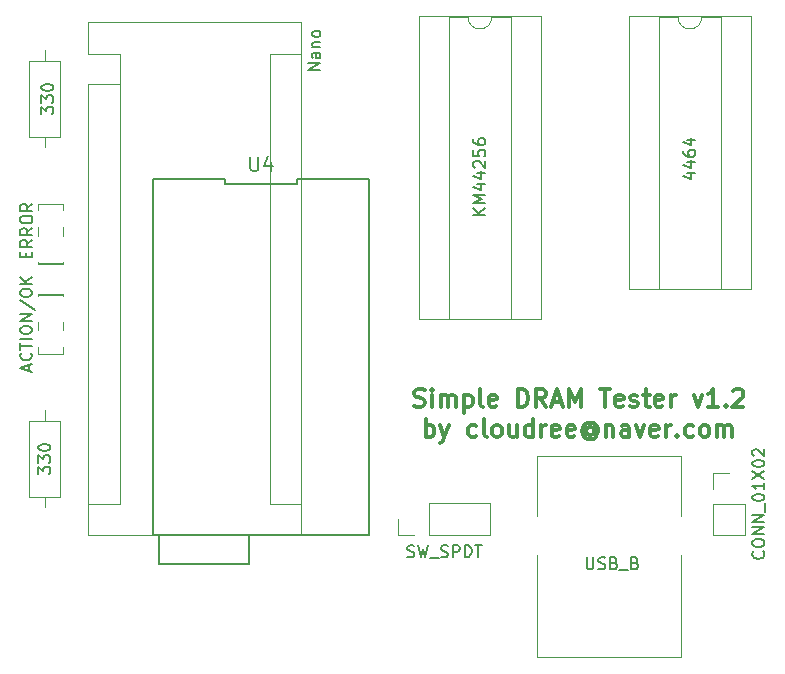
<source format=gbr>
G04 #@! TF.FileFunction,Legend,Top*
%FSLAX46Y46*%
G04 Gerber Fmt 4.6, Leading zero omitted, Abs format (unit mm)*
G04 Created by KiCad (PCBNEW 4.0.6) date 04/12/19 16:58:46*
%MOMM*%
%LPD*%
G01*
G04 APERTURE LIST*
%ADD10C,0.100000*%
%ADD11C,0.300000*%
%ADD12C,0.200000*%
%ADD13C,0.120000*%
%ADD14C,0.150000*%
G04 APERTURE END LIST*
D10*
D11*
X137963430Y-119474143D02*
X138177716Y-119545571D01*
X138534859Y-119545571D01*
X138677716Y-119474143D01*
X138749145Y-119402714D01*
X138820573Y-119259857D01*
X138820573Y-119117000D01*
X138749145Y-118974143D01*
X138677716Y-118902714D01*
X138534859Y-118831286D01*
X138249145Y-118759857D01*
X138106287Y-118688429D01*
X138034859Y-118617000D01*
X137963430Y-118474143D01*
X137963430Y-118331286D01*
X138034859Y-118188429D01*
X138106287Y-118117000D01*
X138249145Y-118045571D01*
X138606287Y-118045571D01*
X138820573Y-118117000D01*
X139463430Y-119545571D02*
X139463430Y-118545571D01*
X139463430Y-118045571D02*
X139392001Y-118117000D01*
X139463430Y-118188429D01*
X139534858Y-118117000D01*
X139463430Y-118045571D01*
X139463430Y-118188429D01*
X140177716Y-119545571D02*
X140177716Y-118545571D01*
X140177716Y-118688429D02*
X140249144Y-118617000D01*
X140392002Y-118545571D01*
X140606287Y-118545571D01*
X140749144Y-118617000D01*
X140820573Y-118759857D01*
X140820573Y-119545571D01*
X140820573Y-118759857D02*
X140892002Y-118617000D01*
X141034859Y-118545571D01*
X141249144Y-118545571D01*
X141392002Y-118617000D01*
X141463430Y-118759857D01*
X141463430Y-119545571D01*
X142177716Y-118545571D02*
X142177716Y-120045571D01*
X142177716Y-118617000D02*
X142320573Y-118545571D01*
X142606287Y-118545571D01*
X142749144Y-118617000D01*
X142820573Y-118688429D01*
X142892002Y-118831286D01*
X142892002Y-119259857D01*
X142820573Y-119402714D01*
X142749144Y-119474143D01*
X142606287Y-119545571D01*
X142320573Y-119545571D01*
X142177716Y-119474143D01*
X143749145Y-119545571D02*
X143606287Y-119474143D01*
X143534859Y-119331286D01*
X143534859Y-118045571D01*
X144892001Y-119474143D02*
X144749144Y-119545571D01*
X144463430Y-119545571D01*
X144320573Y-119474143D01*
X144249144Y-119331286D01*
X144249144Y-118759857D01*
X144320573Y-118617000D01*
X144463430Y-118545571D01*
X144749144Y-118545571D01*
X144892001Y-118617000D01*
X144963430Y-118759857D01*
X144963430Y-118902714D01*
X144249144Y-119045571D01*
X146749144Y-119545571D02*
X146749144Y-118045571D01*
X147106287Y-118045571D01*
X147320572Y-118117000D01*
X147463430Y-118259857D01*
X147534858Y-118402714D01*
X147606287Y-118688429D01*
X147606287Y-118902714D01*
X147534858Y-119188429D01*
X147463430Y-119331286D01*
X147320572Y-119474143D01*
X147106287Y-119545571D01*
X146749144Y-119545571D01*
X149106287Y-119545571D02*
X148606287Y-118831286D01*
X148249144Y-119545571D02*
X148249144Y-118045571D01*
X148820572Y-118045571D01*
X148963430Y-118117000D01*
X149034858Y-118188429D01*
X149106287Y-118331286D01*
X149106287Y-118545571D01*
X149034858Y-118688429D01*
X148963430Y-118759857D01*
X148820572Y-118831286D01*
X148249144Y-118831286D01*
X149677715Y-119117000D02*
X150392001Y-119117000D01*
X149534858Y-119545571D02*
X150034858Y-118045571D01*
X150534858Y-119545571D01*
X151034858Y-119545571D02*
X151034858Y-118045571D01*
X151534858Y-119117000D01*
X152034858Y-118045571D01*
X152034858Y-119545571D01*
X153677715Y-118045571D02*
X154534858Y-118045571D01*
X154106287Y-119545571D02*
X154106287Y-118045571D01*
X155606286Y-119474143D02*
X155463429Y-119545571D01*
X155177715Y-119545571D01*
X155034858Y-119474143D01*
X154963429Y-119331286D01*
X154963429Y-118759857D01*
X155034858Y-118617000D01*
X155177715Y-118545571D01*
X155463429Y-118545571D01*
X155606286Y-118617000D01*
X155677715Y-118759857D01*
X155677715Y-118902714D01*
X154963429Y-119045571D01*
X156249143Y-119474143D02*
X156392000Y-119545571D01*
X156677715Y-119545571D01*
X156820572Y-119474143D01*
X156892000Y-119331286D01*
X156892000Y-119259857D01*
X156820572Y-119117000D01*
X156677715Y-119045571D01*
X156463429Y-119045571D01*
X156320572Y-118974143D01*
X156249143Y-118831286D01*
X156249143Y-118759857D01*
X156320572Y-118617000D01*
X156463429Y-118545571D01*
X156677715Y-118545571D01*
X156820572Y-118617000D01*
X157320572Y-118545571D02*
X157892001Y-118545571D01*
X157534858Y-118045571D02*
X157534858Y-119331286D01*
X157606286Y-119474143D01*
X157749144Y-119545571D01*
X157892001Y-119545571D01*
X158963429Y-119474143D02*
X158820572Y-119545571D01*
X158534858Y-119545571D01*
X158392001Y-119474143D01*
X158320572Y-119331286D01*
X158320572Y-118759857D01*
X158392001Y-118617000D01*
X158534858Y-118545571D01*
X158820572Y-118545571D01*
X158963429Y-118617000D01*
X159034858Y-118759857D01*
X159034858Y-118902714D01*
X158320572Y-119045571D01*
X159677715Y-119545571D02*
X159677715Y-118545571D01*
X159677715Y-118831286D02*
X159749143Y-118688429D01*
X159820572Y-118617000D01*
X159963429Y-118545571D01*
X160106286Y-118545571D01*
X161606286Y-118545571D02*
X161963429Y-119545571D01*
X162320571Y-118545571D01*
X163677714Y-119545571D02*
X162820571Y-119545571D01*
X163249143Y-119545571D02*
X163249143Y-118045571D01*
X163106286Y-118259857D01*
X162963428Y-118402714D01*
X162820571Y-118474143D01*
X164320571Y-119402714D02*
X164391999Y-119474143D01*
X164320571Y-119545571D01*
X164249142Y-119474143D01*
X164320571Y-119402714D01*
X164320571Y-119545571D01*
X164963428Y-118188429D02*
X165034857Y-118117000D01*
X165177714Y-118045571D01*
X165534857Y-118045571D01*
X165677714Y-118117000D01*
X165749143Y-118188429D01*
X165820571Y-118331286D01*
X165820571Y-118474143D01*
X165749143Y-118688429D01*
X164892000Y-119545571D01*
X165820571Y-119545571D01*
X138927716Y-122095571D02*
X138927716Y-120595571D01*
X138927716Y-121167000D02*
X139070573Y-121095571D01*
X139356287Y-121095571D01*
X139499144Y-121167000D01*
X139570573Y-121238429D01*
X139642002Y-121381286D01*
X139642002Y-121809857D01*
X139570573Y-121952714D01*
X139499144Y-122024143D01*
X139356287Y-122095571D01*
X139070573Y-122095571D01*
X138927716Y-122024143D01*
X140142002Y-121095571D02*
X140499145Y-122095571D01*
X140856287Y-121095571D02*
X140499145Y-122095571D01*
X140356287Y-122452714D01*
X140284859Y-122524143D01*
X140142002Y-122595571D01*
X143213430Y-122024143D02*
X143070573Y-122095571D01*
X142784859Y-122095571D01*
X142642001Y-122024143D01*
X142570573Y-121952714D01*
X142499144Y-121809857D01*
X142499144Y-121381286D01*
X142570573Y-121238429D01*
X142642001Y-121167000D01*
X142784859Y-121095571D01*
X143070573Y-121095571D01*
X143213430Y-121167000D01*
X144070573Y-122095571D02*
X143927715Y-122024143D01*
X143856287Y-121881286D01*
X143856287Y-120595571D01*
X144856287Y-122095571D02*
X144713429Y-122024143D01*
X144642001Y-121952714D01*
X144570572Y-121809857D01*
X144570572Y-121381286D01*
X144642001Y-121238429D01*
X144713429Y-121167000D01*
X144856287Y-121095571D01*
X145070572Y-121095571D01*
X145213429Y-121167000D01*
X145284858Y-121238429D01*
X145356287Y-121381286D01*
X145356287Y-121809857D01*
X145284858Y-121952714D01*
X145213429Y-122024143D01*
X145070572Y-122095571D01*
X144856287Y-122095571D01*
X146642001Y-121095571D02*
X146642001Y-122095571D01*
X145999144Y-121095571D02*
X145999144Y-121881286D01*
X146070572Y-122024143D01*
X146213430Y-122095571D01*
X146427715Y-122095571D01*
X146570572Y-122024143D01*
X146642001Y-121952714D01*
X147999144Y-122095571D02*
X147999144Y-120595571D01*
X147999144Y-122024143D02*
X147856287Y-122095571D01*
X147570573Y-122095571D01*
X147427715Y-122024143D01*
X147356287Y-121952714D01*
X147284858Y-121809857D01*
X147284858Y-121381286D01*
X147356287Y-121238429D01*
X147427715Y-121167000D01*
X147570573Y-121095571D01*
X147856287Y-121095571D01*
X147999144Y-121167000D01*
X148713430Y-122095571D02*
X148713430Y-121095571D01*
X148713430Y-121381286D02*
X148784858Y-121238429D01*
X148856287Y-121167000D01*
X148999144Y-121095571D01*
X149142001Y-121095571D01*
X150213429Y-122024143D02*
X150070572Y-122095571D01*
X149784858Y-122095571D01*
X149642001Y-122024143D01*
X149570572Y-121881286D01*
X149570572Y-121309857D01*
X149642001Y-121167000D01*
X149784858Y-121095571D01*
X150070572Y-121095571D01*
X150213429Y-121167000D01*
X150284858Y-121309857D01*
X150284858Y-121452714D01*
X149570572Y-121595571D01*
X151499143Y-122024143D02*
X151356286Y-122095571D01*
X151070572Y-122095571D01*
X150927715Y-122024143D01*
X150856286Y-121881286D01*
X150856286Y-121309857D01*
X150927715Y-121167000D01*
X151070572Y-121095571D01*
X151356286Y-121095571D01*
X151499143Y-121167000D01*
X151570572Y-121309857D01*
X151570572Y-121452714D01*
X150856286Y-121595571D01*
X153142000Y-121381286D02*
X153070572Y-121309857D01*
X152927715Y-121238429D01*
X152784857Y-121238429D01*
X152642000Y-121309857D01*
X152570572Y-121381286D01*
X152499143Y-121524143D01*
X152499143Y-121667000D01*
X152570572Y-121809857D01*
X152642000Y-121881286D01*
X152784857Y-121952714D01*
X152927715Y-121952714D01*
X153070572Y-121881286D01*
X153142000Y-121809857D01*
X153142000Y-121238429D02*
X153142000Y-121809857D01*
X153213429Y-121881286D01*
X153284857Y-121881286D01*
X153427715Y-121809857D01*
X153499143Y-121667000D01*
X153499143Y-121309857D01*
X153356286Y-121095571D01*
X153142000Y-120952714D01*
X152856286Y-120881286D01*
X152570572Y-120952714D01*
X152356286Y-121095571D01*
X152213429Y-121309857D01*
X152142000Y-121595571D01*
X152213429Y-121881286D01*
X152356286Y-122095571D01*
X152570572Y-122238429D01*
X152856286Y-122309857D01*
X153142000Y-122238429D01*
X153356286Y-122095571D01*
X154142000Y-121095571D02*
X154142000Y-122095571D01*
X154142000Y-121238429D02*
X154213428Y-121167000D01*
X154356286Y-121095571D01*
X154570571Y-121095571D01*
X154713428Y-121167000D01*
X154784857Y-121309857D01*
X154784857Y-122095571D01*
X156142000Y-122095571D02*
X156142000Y-121309857D01*
X156070571Y-121167000D01*
X155927714Y-121095571D01*
X155642000Y-121095571D01*
X155499143Y-121167000D01*
X156142000Y-122024143D02*
X155999143Y-122095571D01*
X155642000Y-122095571D01*
X155499143Y-122024143D01*
X155427714Y-121881286D01*
X155427714Y-121738429D01*
X155499143Y-121595571D01*
X155642000Y-121524143D01*
X155999143Y-121524143D01*
X156142000Y-121452714D01*
X156713429Y-121095571D02*
X157070572Y-122095571D01*
X157427714Y-121095571D01*
X158570571Y-122024143D02*
X158427714Y-122095571D01*
X158142000Y-122095571D01*
X157999143Y-122024143D01*
X157927714Y-121881286D01*
X157927714Y-121309857D01*
X157999143Y-121167000D01*
X158142000Y-121095571D01*
X158427714Y-121095571D01*
X158570571Y-121167000D01*
X158642000Y-121309857D01*
X158642000Y-121452714D01*
X157927714Y-121595571D01*
X159284857Y-122095571D02*
X159284857Y-121095571D01*
X159284857Y-121381286D02*
X159356285Y-121238429D01*
X159427714Y-121167000D01*
X159570571Y-121095571D01*
X159713428Y-121095571D01*
X160213428Y-121952714D02*
X160284856Y-122024143D01*
X160213428Y-122095571D01*
X160141999Y-122024143D01*
X160213428Y-121952714D01*
X160213428Y-122095571D01*
X161570571Y-122024143D02*
X161427714Y-122095571D01*
X161142000Y-122095571D01*
X160999142Y-122024143D01*
X160927714Y-121952714D01*
X160856285Y-121809857D01*
X160856285Y-121381286D01*
X160927714Y-121238429D01*
X160999142Y-121167000D01*
X161142000Y-121095571D01*
X161427714Y-121095571D01*
X161570571Y-121167000D01*
X162427714Y-122095571D02*
X162284856Y-122024143D01*
X162213428Y-121952714D01*
X162141999Y-121809857D01*
X162141999Y-121381286D01*
X162213428Y-121238429D01*
X162284856Y-121167000D01*
X162427714Y-121095571D01*
X162641999Y-121095571D01*
X162784856Y-121167000D01*
X162856285Y-121238429D01*
X162927714Y-121381286D01*
X162927714Y-121809857D01*
X162856285Y-121952714D01*
X162784856Y-122024143D01*
X162641999Y-122095571D01*
X162427714Y-122095571D01*
X163570571Y-122095571D02*
X163570571Y-121095571D01*
X163570571Y-121238429D02*
X163641999Y-121167000D01*
X163784857Y-121095571D01*
X163999142Y-121095571D01*
X164141999Y-121167000D01*
X164213428Y-121309857D01*
X164213428Y-122095571D01*
X164213428Y-121309857D02*
X164284857Y-121167000D01*
X164427714Y-121095571D01*
X164641999Y-121095571D01*
X164784857Y-121167000D01*
X164856285Y-121309857D01*
X164856285Y-122095571D01*
D12*
X123952000Y-132842000D02*
X123952000Y-130302000D01*
X116332000Y-132842000D02*
X123952000Y-132842000D01*
X116332000Y-130302000D02*
X116332000Y-132842000D01*
D13*
X148332000Y-132112000D02*
X148332000Y-140752000D01*
X148332000Y-123732000D02*
X148332000Y-128812000D01*
X160532000Y-132112000D02*
X160532000Y-140752000D01*
X160532000Y-123732000D02*
X160532000Y-128812000D01*
X160532000Y-140752000D02*
X148332000Y-140752000D01*
X148332000Y-123732000D02*
X160532000Y-123732000D01*
X113030000Y-92202000D02*
X113030000Y-89662000D01*
X113030000Y-89662000D02*
X110360000Y-89662000D01*
X110360000Y-92202000D02*
X110360000Y-130432000D01*
X110360000Y-86992000D02*
X110360000Y-89662000D01*
X125730000Y-89662000D02*
X128400000Y-89662000D01*
X125730000Y-89662000D02*
X125730000Y-127762000D01*
X125730000Y-127762000D02*
X128400000Y-127762000D01*
X113030000Y-92202000D02*
X110360000Y-92202000D01*
X113030000Y-92202000D02*
X113030000Y-127762000D01*
X113030000Y-127762000D02*
X110360000Y-127762000D01*
X110360000Y-130432000D02*
X128400000Y-130432000D01*
X128400000Y-130432000D02*
X128400000Y-86992000D01*
X128400000Y-86992000D02*
X110360000Y-86992000D01*
X144510000Y-86554000D02*
G75*
G02X142510000Y-86554000I-1000000J0D01*
G01*
X142510000Y-86554000D02*
X140860000Y-86554000D01*
X140860000Y-86554000D02*
X140860000Y-112074000D01*
X140860000Y-112074000D02*
X146160000Y-112074000D01*
X146160000Y-112074000D02*
X146160000Y-86554000D01*
X146160000Y-86554000D02*
X144510000Y-86554000D01*
X138370000Y-86494000D02*
X138370000Y-112134000D01*
X138370000Y-112134000D02*
X148650000Y-112134000D01*
X148650000Y-112134000D02*
X148650000Y-86494000D01*
X148650000Y-86494000D02*
X138370000Y-86494000D01*
X106128000Y-107462000D02*
X106128000Y-107252000D01*
X106128000Y-105092000D02*
X106128000Y-104361000D01*
X106128000Y-102902000D02*
X106128000Y-102342000D01*
X108248000Y-107462000D02*
X108248000Y-107252000D01*
X108248000Y-105092000D02*
X108248000Y-104361000D01*
X108248000Y-102902000D02*
X108248000Y-102342000D01*
X106128000Y-107462000D02*
X108248000Y-107462000D01*
X106128000Y-102342000D02*
X108248000Y-102342000D01*
X106128000Y-107342000D02*
X108248000Y-107342000D01*
X105370000Y-96682000D02*
X107990000Y-96682000D01*
X107990000Y-96682000D02*
X107990000Y-90262000D01*
X107990000Y-90262000D02*
X105370000Y-90262000D01*
X105370000Y-90262000D02*
X105370000Y-96682000D01*
X106680000Y-97572000D02*
X106680000Y-96682000D01*
X106680000Y-89372000D02*
X106680000Y-90262000D01*
X107990000Y-120742000D02*
X105370000Y-120742000D01*
X105370000Y-120742000D02*
X105370000Y-127162000D01*
X105370000Y-127162000D02*
X107990000Y-127162000D01*
X107990000Y-127162000D02*
X107990000Y-120742000D01*
X106680000Y-119852000D02*
X106680000Y-120742000D01*
X106680000Y-128052000D02*
X106680000Y-127162000D01*
X139192000Y-130362000D02*
X144332000Y-130362000D01*
X144332000Y-130362000D02*
X144332000Y-127702000D01*
X144332000Y-127702000D02*
X139192000Y-127702000D01*
X139192000Y-127702000D02*
X139192000Y-130362000D01*
X137922000Y-130362000D02*
X136592000Y-130362000D01*
X136592000Y-130362000D02*
X136592000Y-129032000D01*
X162290000Y-86554000D02*
G75*
G02X160290000Y-86554000I-1000000J0D01*
G01*
X160290000Y-86554000D02*
X158640000Y-86554000D01*
X158640000Y-86554000D02*
X158640000Y-109534000D01*
X158640000Y-109534000D02*
X163940000Y-109534000D01*
X163940000Y-109534000D02*
X163940000Y-86554000D01*
X163940000Y-86554000D02*
X162290000Y-86554000D01*
X156150000Y-86494000D02*
X156150000Y-109594000D01*
X156150000Y-109594000D02*
X166430000Y-109594000D01*
X166430000Y-109594000D02*
X166430000Y-86494000D01*
X166430000Y-86494000D02*
X156150000Y-86494000D01*
X108248000Y-109962000D02*
X108248000Y-110172000D01*
X108248000Y-112332000D02*
X108248000Y-113063000D01*
X108248000Y-114522000D02*
X108248000Y-115082000D01*
X106128000Y-109962000D02*
X106128000Y-110172000D01*
X106128000Y-112332000D02*
X106128000Y-113063000D01*
X106128000Y-114522000D02*
X106128000Y-115082000D01*
X108248000Y-109962000D02*
X106128000Y-109962000D01*
X108248000Y-115082000D02*
X106128000Y-115082000D01*
X108248000Y-110082000D02*
X106128000Y-110082000D01*
X163262000Y-130362000D02*
X165922000Y-130362000D01*
X163262000Y-127762000D02*
X163262000Y-130362000D01*
X165922000Y-127762000D02*
X165922000Y-130362000D01*
X163262000Y-127762000D02*
X165922000Y-127762000D01*
X163262000Y-126492000D02*
X163262000Y-125162000D01*
X163262000Y-125162000D02*
X164592000Y-125162000D01*
D14*
X115848000Y-100246000D02*
X115848000Y-130386000D01*
X115848000Y-130386000D02*
X134088000Y-130386000D01*
X134088000Y-130386000D02*
X134088000Y-100246000D01*
X134088000Y-100246000D02*
X128008000Y-100246000D01*
X128008000Y-100246000D02*
X128008000Y-100696000D01*
X128008000Y-100696000D02*
X121928001Y-100696000D01*
X121928001Y-100696000D02*
X121928001Y-100246000D01*
X121928001Y-100246000D02*
X115848000Y-100246000D01*
X152543143Y-132294381D02*
X152543143Y-133103905D01*
X152590762Y-133199143D01*
X152638381Y-133246762D01*
X152733619Y-133294381D01*
X152924096Y-133294381D01*
X153019334Y-133246762D01*
X153066953Y-133199143D01*
X153114572Y-133103905D01*
X153114572Y-132294381D01*
X153543143Y-133246762D02*
X153686000Y-133294381D01*
X153924096Y-133294381D01*
X154019334Y-133246762D01*
X154066953Y-133199143D01*
X154114572Y-133103905D01*
X154114572Y-133008667D01*
X154066953Y-132913429D01*
X154019334Y-132865810D01*
X153924096Y-132818190D01*
X153733619Y-132770571D01*
X153638381Y-132722952D01*
X153590762Y-132675333D01*
X153543143Y-132580095D01*
X153543143Y-132484857D01*
X153590762Y-132389619D01*
X153638381Y-132342000D01*
X153733619Y-132294381D01*
X153971715Y-132294381D01*
X154114572Y-132342000D01*
X154876477Y-132770571D02*
X155019334Y-132818190D01*
X155066953Y-132865810D01*
X155114572Y-132961048D01*
X155114572Y-133103905D01*
X155066953Y-133199143D01*
X155019334Y-133246762D01*
X154924096Y-133294381D01*
X154543143Y-133294381D01*
X154543143Y-132294381D01*
X154876477Y-132294381D01*
X154971715Y-132342000D01*
X155019334Y-132389619D01*
X155066953Y-132484857D01*
X155066953Y-132580095D01*
X155019334Y-132675333D01*
X154971715Y-132722952D01*
X154876477Y-132770571D01*
X154543143Y-132770571D01*
X155305048Y-133389619D02*
X156066953Y-133389619D01*
X156638382Y-132770571D02*
X156781239Y-132818190D01*
X156828858Y-132865810D01*
X156876477Y-132961048D01*
X156876477Y-133103905D01*
X156828858Y-133199143D01*
X156781239Y-133246762D01*
X156686001Y-133294381D01*
X156305048Y-133294381D01*
X156305048Y-132294381D01*
X156638382Y-132294381D01*
X156733620Y-132342000D01*
X156781239Y-132389619D01*
X156828858Y-132484857D01*
X156828858Y-132580095D01*
X156781239Y-132675333D01*
X156733620Y-132722952D01*
X156638382Y-132770571D01*
X156305048Y-132770571D01*
X129992381Y-91050857D02*
X128992381Y-91050857D01*
X129992381Y-90479428D01*
X128992381Y-90479428D01*
X129992381Y-89574666D02*
X129468571Y-89574666D01*
X129373333Y-89622285D01*
X129325714Y-89717523D01*
X129325714Y-89908000D01*
X129373333Y-90003238D01*
X129944762Y-89574666D02*
X129992381Y-89669904D01*
X129992381Y-89908000D01*
X129944762Y-90003238D01*
X129849524Y-90050857D01*
X129754286Y-90050857D01*
X129659048Y-90003238D01*
X129611429Y-89908000D01*
X129611429Y-89669904D01*
X129563810Y-89574666D01*
X129325714Y-89098476D02*
X129992381Y-89098476D01*
X129420952Y-89098476D02*
X129373333Y-89050857D01*
X129325714Y-88955619D01*
X129325714Y-88812761D01*
X129373333Y-88717523D01*
X129468571Y-88669904D01*
X129992381Y-88669904D01*
X129992381Y-88050857D02*
X129944762Y-88146095D01*
X129897143Y-88193714D01*
X129801905Y-88241333D01*
X129516190Y-88241333D01*
X129420952Y-88193714D01*
X129373333Y-88146095D01*
X129325714Y-88050857D01*
X129325714Y-87907999D01*
X129373333Y-87812761D01*
X129420952Y-87765142D01*
X129516190Y-87717523D01*
X129801905Y-87717523D01*
X129897143Y-87765142D01*
X129944762Y-87812761D01*
X129992381Y-87907999D01*
X129992381Y-88050857D01*
X143962381Y-103290286D02*
X142962381Y-103290286D01*
X143962381Y-102718857D02*
X143390952Y-103147429D01*
X142962381Y-102718857D02*
X143533810Y-103290286D01*
X143962381Y-102290286D02*
X142962381Y-102290286D01*
X143676667Y-101956952D01*
X142962381Y-101623619D01*
X143962381Y-101623619D01*
X143295714Y-100718857D02*
X143962381Y-100718857D01*
X142914762Y-100956953D02*
X143629048Y-101195048D01*
X143629048Y-100576000D01*
X143295714Y-99766476D02*
X143962381Y-99766476D01*
X142914762Y-100004572D02*
X143629048Y-100242667D01*
X143629048Y-99623619D01*
X143057619Y-99290286D02*
X143010000Y-99242667D01*
X142962381Y-99147429D01*
X142962381Y-98909333D01*
X143010000Y-98814095D01*
X143057619Y-98766476D01*
X143152857Y-98718857D01*
X143248095Y-98718857D01*
X143390952Y-98766476D01*
X143962381Y-99337905D01*
X143962381Y-98718857D01*
X142962381Y-97814095D02*
X142962381Y-98290286D01*
X143438571Y-98337905D01*
X143390952Y-98290286D01*
X143343333Y-98195048D01*
X143343333Y-97956952D01*
X143390952Y-97861714D01*
X143438571Y-97814095D01*
X143533810Y-97766476D01*
X143771905Y-97766476D01*
X143867143Y-97814095D01*
X143914762Y-97861714D01*
X143962381Y-97956952D01*
X143962381Y-98195048D01*
X143914762Y-98290286D01*
X143867143Y-98337905D01*
X142962381Y-96909333D02*
X142962381Y-97099810D01*
X143010000Y-97195048D01*
X143057619Y-97242667D01*
X143200476Y-97337905D01*
X143390952Y-97385524D01*
X143771905Y-97385524D01*
X143867143Y-97337905D01*
X143914762Y-97290286D01*
X143962381Y-97195048D01*
X143962381Y-97004571D01*
X143914762Y-96909333D01*
X143867143Y-96861714D01*
X143771905Y-96814095D01*
X143533810Y-96814095D01*
X143438571Y-96861714D01*
X143390952Y-96909333D01*
X143343333Y-97004571D01*
X143343333Y-97195048D01*
X143390952Y-97290286D01*
X143438571Y-97337905D01*
X143533810Y-97385524D01*
X105084571Y-106886095D02*
X105084571Y-106552761D01*
X105608381Y-106409904D02*
X105608381Y-106886095D01*
X104608381Y-106886095D01*
X104608381Y-106409904D01*
X105608381Y-105409904D02*
X105132190Y-105743238D01*
X105608381Y-105981333D02*
X104608381Y-105981333D01*
X104608381Y-105600380D01*
X104656000Y-105505142D01*
X104703619Y-105457523D01*
X104798857Y-105409904D01*
X104941714Y-105409904D01*
X105036952Y-105457523D01*
X105084571Y-105505142D01*
X105132190Y-105600380D01*
X105132190Y-105981333D01*
X105608381Y-104409904D02*
X105132190Y-104743238D01*
X105608381Y-104981333D02*
X104608381Y-104981333D01*
X104608381Y-104600380D01*
X104656000Y-104505142D01*
X104703619Y-104457523D01*
X104798857Y-104409904D01*
X104941714Y-104409904D01*
X105036952Y-104457523D01*
X105084571Y-104505142D01*
X105132190Y-104600380D01*
X105132190Y-104981333D01*
X104608381Y-103790857D02*
X104608381Y-103600380D01*
X104656000Y-103505142D01*
X104751238Y-103409904D01*
X104941714Y-103362285D01*
X105275048Y-103362285D01*
X105465524Y-103409904D01*
X105560762Y-103505142D01*
X105608381Y-103600380D01*
X105608381Y-103790857D01*
X105560762Y-103886095D01*
X105465524Y-103981333D01*
X105275048Y-104028952D01*
X104941714Y-104028952D01*
X104751238Y-103981333D01*
X104656000Y-103886095D01*
X104608381Y-103790857D01*
X105608381Y-102362285D02*
X105132190Y-102695619D01*
X105608381Y-102933714D02*
X104608381Y-102933714D01*
X104608381Y-102552761D01*
X104656000Y-102457523D01*
X104703619Y-102409904D01*
X104798857Y-102362285D01*
X104941714Y-102362285D01*
X105036952Y-102409904D01*
X105084571Y-102457523D01*
X105132190Y-102552761D01*
X105132190Y-102933714D01*
X106386381Y-94757714D02*
X106386381Y-94138666D01*
X106767333Y-94472000D01*
X106767333Y-94329142D01*
X106814952Y-94233904D01*
X106862571Y-94186285D01*
X106957810Y-94138666D01*
X107195905Y-94138666D01*
X107291143Y-94186285D01*
X107338762Y-94233904D01*
X107386381Y-94329142D01*
X107386381Y-94614857D01*
X107338762Y-94710095D01*
X107291143Y-94757714D01*
X106386381Y-93805333D02*
X106386381Y-93186285D01*
X106767333Y-93519619D01*
X106767333Y-93376761D01*
X106814952Y-93281523D01*
X106862571Y-93233904D01*
X106957810Y-93186285D01*
X107195905Y-93186285D01*
X107291143Y-93233904D01*
X107338762Y-93281523D01*
X107386381Y-93376761D01*
X107386381Y-93662476D01*
X107338762Y-93757714D01*
X107291143Y-93805333D01*
X106386381Y-92567238D02*
X106386381Y-92471999D01*
X106434000Y-92376761D01*
X106481619Y-92329142D01*
X106576857Y-92281523D01*
X106767333Y-92233904D01*
X107005429Y-92233904D01*
X107195905Y-92281523D01*
X107291143Y-92329142D01*
X107338762Y-92376761D01*
X107386381Y-92471999D01*
X107386381Y-92567238D01*
X107338762Y-92662476D01*
X107291143Y-92710095D01*
X107195905Y-92757714D01*
X107005429Y-92805333D01*
X106767333Y-92805333D01*
X106576857Y-92757714D01*
X106481619Y-92710095D01*
X106434000Y-92662476D01*
X106386381Y-92567238D01*
X106132381Y-125237714D02*
X106132381Y-124618666D01*
X106513333Y-124952000D01*
X106513333Y-124809142D01*
X106560952Y-124713904D01*
X106608571Y-124666285D01*
X106703810Y-124618666D01*
X106941905Y-124618666D01*
X107037143Y-124666285D01*
X107084762Y-124713904D01*
X107132381Y-124809142D01*
X107132381Y-125094857D01*
X107084762Y-125190095D01*
X107037143Y-125237714D01*
X106132381Y-124285333D02*
X106132381Y-123666285D01*
X106513333Y-123999619D01*
X106513333Y-123856761D01*
X106560952Y-123761523D01*
X106608571Y-123713904D01*
X106703810Y-123666285D01*
X106941905Y-123666285D01*
X107037143Y-123713904D01*
X107084762Y-123761523D01*
X107132381Y-123856761D01*
X107132381Y-124142476D01*
X107084762Y-124237714D01*
X107037143Y-124285333D01*
X106132381Y-123047238D02*
X106132381Y-122951999D01*
X106180000Y-122856761D01*
X106227619Y-122809142D01*
X106322857Y-122761523D01*
X106513333Y-122713904D01*
X106751429Y-122713904D01*
X106941905Y-122761523D01*
X107037143Y-122809142D01*
X107084762Y-122856761D01*
X107132381Y-122951999D01*
X107132381Y-123047238D01*
X107084762Y-123142476D01*
X107037143Y-123190095D01*
X106941905Y-123237714D01*
X106751429Y-123285333D01*
X106513333Y-123285333D01*
X106322857Y-123237714D01*
X106227619Y-123190095D01*
X106180000Y-123142476D01*
X106132381Y-123047238D01*
X137366762Y-132230762D02*
X137509619Y-132278381D01*
X137747715Y-132278381D01*
X137842953Y-132230762D01*
X137890572Y-132183143D01*
X137938191Y-132087905D01*
X137938191Y-131992667D01*
X137890572Y-131897429D01*
X137842953Y-131849810D01*
X137747715Y-131802190D01*
X137557238Y-131754571D01*
X137462000Y-131706952D01*
X137414381Y-131659333D01*
X137366762Y-131564095D01*
X137366762Y-131468857D01*
X137414381Y-131373619D01*
X137462000Y-131326000D01*
X137557238Y-131278381D01*
X137795334Y-131278381D01*
X137938191Y-131326000D01*
X138271524Y-131278381D02*
X138509619Y-132278381D01*
X138700096Y-131564095D01*
X138890572Y-132278381D01*
X139128667Y-131278381D01*
X139271524Y-132373619D02*
X140033429Y-132373619D01*
X140223905Y-132230762D02*
X140366762Y-132278381D01*
X140604858Y-132278381D01*
X140700096Y-132230762D01*
X140747715Y-132183143D01*
X140795334Y-132087905D01*
X140795334Y-131992667D01*
X140747715Y-131897429D01*
X140700096Y-131849810D01*
X140604858Y-131802190D01*
X140414381Y-131754571D01*
X140319143Y-131706952D01*
X140271524Y-131659333D01*
X140223905Y-131564095D01*
X140223905Y-131468857D01*
X140271524Y-131373619D01*
X140319143Y-131326000D01*
X140414381Y-131278381D01*
X140652477Y-131278381D01*
X140795334Y-131326000D01*
X141223905Y-132278381D02*
X141223905Y-131278381D01*
X141604858Y-131278381D01*
X141700096Y-131326000D01*
X141747715Y-131373619D01*
X141795334Y-131468857D01*
X141795334Y-131611714D01*
X141747715Y-131706952D01*
X141700096Y-131754571D01*
X141604858Y-131802190D01*
X141223905Y-131802190D01*
X142223905Y-132278381D02*
X142223905Y-131278381D01*
X142462000Y-131278381D01*
X142604858Y-131326000D01*
X142700096Y-131421238D01*
X142747715Y-131516476D01*
X142795334Y-131706952D01*
X142795334Y-131849810D01*
X142747715Y-132040286D01*
X142700096Y-132135524D01*
X142604858Y-132230762D01*
X142462000Y-132278381D01*
X142223905Y-132278381D01*
X143081048Y-131278381D02*
X143652477Y-131278381D01*
X143366762Y-132278381D02*
X143366762Y-131278381D01*
X161075714Y-99790095D02*
X161742381Y-99790095D01*
X160694762Y-100028191D02*
X161409048Y-100266286D01*
X161409048Y-99647238D01*
X161075714Y-98837714D02*
X161742381Y-98837714D01*
X160694762Y-99075810D02*
X161409048Y-99313905D01*
X161409048Y-98694857D01*
X160742381Y-97885333D02*
X160742381Y-98075810D01*
X160790000Y-98171048D01*
X160837619Y-98218667D01*
X160980476Y-98313905D01*
X161170952Y-98361524D01*
X161551905Y-98361524D01*
X161647143Y-98313905D01*
X161694762Y-98266286D01*
X161742381Y-98171048D01*
X161742381Y-97980571D01*
X161694762Y-97885333D01*
X161647143Y-97837714D01*
X161551905Y-97790095D01*
X161313810Y-97790095D01*
X161218571Y-97837714D01*
X161170952Y-97885333D01*
X161123333Y-97980571D01*
X161123333Y-98171048D01*
X161170952Y-98266286D01*
X161218571Y-98313905D01*
X161313810Y-98361524D01*
X161075714Y-96932952D02*
X161742381Y-96932952D01*
X160694762Y-97171048D02*
X161409048Y-97409143D01*
X161409048Y-96790095D01*
X105294667Y-116474381D02*
X105294667Y-115998190D01*
X105580381Y-116569619D02*
X104580381Y-116236286D01*
X105580381Y-115902952D01*
X105485143Y-114998190D02*
X105532762Y-115045809D01*
X105580381Y-115188666D01*
X105580381Y-115283904D01*
X105532762Y-115426762D01*
X105437524Y-115522000D01*
X105342286Y-115569619D01*
X105151810Y-115617238D01*
X105008952Y-115617238D01*
X104818476Y-115569619D01*
X104723238Y-115522000D01*
X104628000Y-115426762D01*
X104580381Y-115283904D01*
X104580381Y-115188666D01*
X104628000Y-115045809D01*
X104675619Y-114998190D01*
X104580381Y-114712476D02*
X104580381Y-114141047D01*
X105580381Y-114426762D02*
X104580381Y-114426762D01*
X105580381Y-113807714D02*
X104580381Y-113807714D01*
X104580381Y-113141048D02*
X104580381Y-112950571D01*
X104628000Y-112855333D01*
X104723238Y-112760095D01*
X104913714Y-112712476D01*
X105247048Y-112712476D01*
X105437524Y-112760095D01*
X105532762Y-112855333D01*
X105580381Y-112950571D01*
X105580381Y-113141048D01*
X105532762Y-113236286D01*
X105437524Y-113331524D01*
X105247048Y-113379143D01*
X104913714Y-113379143D01*
X104723238Y-113331524D01*
X104628000Y-113236286D01*
X104580381Y-113141048D01*
X105580381Y-112283905D02*
X104580381Y-112283905D01*
X105580381Y-111712476D01*
X104580381Y-111712476D01*
X104532762Y-110522000D02*
X105818476Y-111379143D01*
X104580381Y-109998191D02*
X104580381Y-109807714D01*
X104628000Y-109712476D01*
X104723238Y-109617238D01*
X104913714Y-109569619D01*
X105247048Y-109569619D01*
X105437524Y-109617238D01*
X105532762Y-109712476D01*
X105580381Y-109807714D01*
X105580381Y-109998191D01*
X105532762Y-110093429D01*
X105437524Y-110188667D01*
X105247048Y-110236286D01*
X104913714Y-110236286D01*
X104723238Y-110188667D01*
X104628000Y-110093429D01*
X104580381Y-109998191D01*
X105580381Y-109141048D02*
X104580381Y-109141048D01*
X105580381Y-108569619D02*
X105008952Y-108998191D01*
X104580381Y-108569619D02*
X105151810Y-109141048D01*
X167489143Y-131785809D02*
X167536762Y-131833428D01*
X167584381Y-131976285D01*
X167584381Y-132071523D01*
X167536762Y-132214381D01*
X167441524Y-132309619D01*
X167346286Y-132357238D01*
X167155810Y-132404857D01*
X167012952Y-132404857D01*
X166822476Y-132357238D01*
X166727238Y-132309619D01*
X166632000Y-132214381D01*
X166584381Y-132071523D01*
X166584381Y-131976285D01*
X166632000Y-131833428D01*
X166679619Y-131785809D01*
X166584381Y-131166762D02*
X166584381Y-130976285D01*
X166632000Y-130881047D01*
X166727238Y-130785809D01*
X166917714Y-130738190D01*
X167251048Y-130738190D01*
X167441524Y-130785809D01*
X167536762Y-130881047D01*
X167584381Y-130976285D01*
X167584381Y-131166762D01*
X167536762Y-131262000D01*
X167441524Y-131357238D01*
X167251048Y-131404857D01*
X166917714Y-131404857D01*
X166727238Y-131357238D01*
X166632000Y-131262000D01*
X166584381Y-131166762D01*
X167584381Y-130309619D02*
X166584381Y-130309619D01*
X167584381Y-129738190D01*
X166584381Y-129738190D01*
X167584381Y-129262000D02*
X166584381Y-129262000D01*
X167584381Y-128690571D01*
X166584381Y-128690571D01*
X167679619Y-128452476D02*
X167679619Y-127690571D01*
X166584381Y-127262000D02*
X166584381Y-127166761D01*
X166632000Y-127071523D01*
X166679619Y-127023904D01*
X166774857Y-126976285D01*
X166965333Y-126928666D01*
X167203429Y-126928666D01*
X167393905Y-126976285D01*
X167489143Y-127023904D01*
X167536762Y-127071523D01*
X167584381Y-127166761D01*
X167584381Y-127262000D01*
X167536762Y-127357238D01*
X167489143Y-127404857D01*
X167393905Y-127452476D01*
X167203429Y-127500095D01*
X166965333Y-127500095D01*
X166774857Y-127452476D01*
X166679619Y-127404857D01*
X166632000Y-127357238D01*
X166584381Y-127262000D01*
X167584381Y-125976285D02*
X167584381Y-126547714D01*
X167584381Y-126262000D02*
X166584381Y-126262000D01*
X166727238Y-126357238D01*
X166822476Y-126452476D01*
X166870095Y-126547714D01*
X166584381Y-125642952D02*
X167584381Y-124976285D01*
X166584381Y-124976285D02*
X167584381Y-125642952D01*
X166584381Y-124404857D02*
X166584381Y-124309618D01*
X166632000Y-124214380D01*
X166679619Y-124166761D01*
X166774857Y-124119142D01*
X166965333Y-124071523D01*
X167203429Y-124071523D01*
X167393905Y-124119142D01*
X167489143Y-124166761D01*
X167536762Y-124214380D01*
X167584381Y-124309618D01*
X167584381Y-124404857D01*
X167536762Y-124500095D01*
X167489143Y-124547714D01*
X167393905Y-124595333D01*
X167203429Y-124642952D01*
X166965333Y-124642952D01*
X166774857Y-124595333D01*
X166679619Y-124547714D01*
X166632000Y-124500095D01*
X166584381Y-124404857D01*
X166679619Y-123690571D02*
X166632000Y-123642952D01*
X166584381Y-123547714D01*
X166584381Y-123309618D01*
X166632000Y-123214380D01*
X166679619Y-123166761D01*
X166774857Y-123119142D01*
X166870095Y-123119142D01*
X167012952Y-123166761D01*
X167584381Y-123738190D01*
X167584381Y-123119142D01*
X124053714Y-98388857D02*
X124053714Y-99360286D01*
X124110857Y-99474571D01*
X124168000Y-99531714D01*
X124282286Y-99588857D01*
X124510857Y-99588857D01*
X124625143Y-99531714D01*
X124682286Y-99474571D01*
X124739429Y-99360286D01*
X124739429Y-98388857D01*
X125825143Y-98788857D02*
X125825143Y-99588857D01*
X125539429Y-98331714D02*
X125253714Y-99188857D01*
X125996572Y-99188857D01*
M02*

</source>
